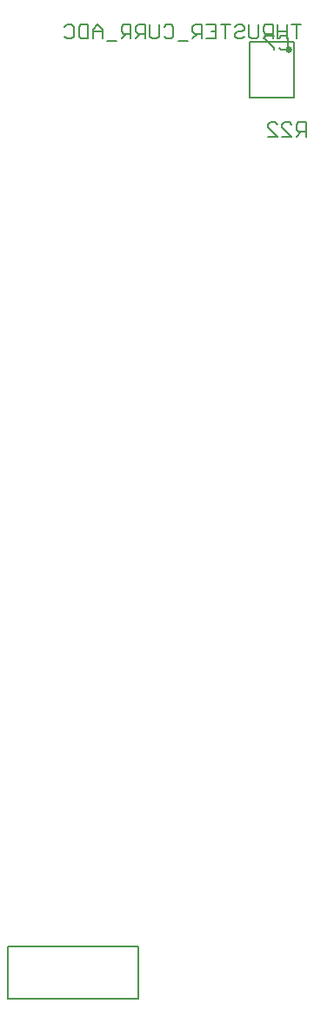
<source format=gbo>
G75*
%MOIN*%
%OFA0B0*%
%FSLAX25Y25*%
%IPPOS*%
%LPD*%
%AMOC8*
5,1,8,0,0,1.08239X$1,22.5*
%
%ADD10C,0.00500*%
%ADD11C,0.00800*%
%ADD12C,0.02559*%
D10*
X0711682Y0119174D02*
X0711682Y0139174D01*
X0761682Y0139174D01*
X0761682Y0119174D01*
X0711682Y0119174D01*
X0811263Y0449019D02*
X0814869Y0449019D01*
X0811263Y0452625D01*
X0811263Y0453527D01*
X0812164Y0454429D01*
X0813968Y0454429D01*
X0814869Y0453527D01*
X0816700Y0453527D02*
X0817602Y0454429D01*
X0819405Y0454429D01*
X0820307Y0453527D01*
X0822138Y0453527D02*
X0822138Y0451724D01*
X0823040Y0450822D01*
X0825745Y0450822D01*
X0825745Y0449019D02*
X0825745Y0454429D01*
X0823040Y0454429D01*
X0822138Y0453527D01*
X0823941Y0450822D02*
X0822138Y0449019D01*
X0820307Y0449019D02*
X0816700Y0452625D01*
X0816700Y0453527D01*
X0816700Y0449019D02*
X0820307Y0449019D01*
X0818105Y0482119D02*
X0816302Y0482119D01*
X0815400Y0483020D01*
X0813569Y0483020D02*
X0813569Y0482119D01*
X0813569Y0483020D02*
X0809963Y0486627D01*
X0809963Y0487529D01*
X0813569Y0487529D01*
X0813072Y0488243D02*
X0810367Y0488243D01*
X0809465Y0489145D01*
X0809465Y0490948D01*
X0810367Y0491850D01*
X0813072Y0491850D01*
X0813072Y0486440D01*
X0814903Y0486440D02*
X0814903Y0491850D01*
X0814903Y0489145D02*
X0818510Y0489145D01*
X0818105Y0487529D02*
X0819007Y0486627D01*
X0819007Y0483020D01*
X0818105Y0482119D01*
X0818510Y0486440D02*
X0818510Y0491850D01*
X0820341Y0491850D02*
X0823947Y0491850D01*
X0822144Y0491850D02*
X0822144Y0486440D01*
X0818105Y0487529D02*
X0816302Y0487529D01*
X0815400Y0486627D01*
X0811269Y0488243D02*
X0809465Y0486440D01*
X0807634Y0487341D02*
X0806733Y0486440D01*
X0804929Y0486440D01*
X0804028Y0487341D01*
X0804028Y0491850D01*
X0802197Y0490948D02*
X0802197Y0490047D01*
X0801295Y0489145D01*
X0799492Y0489145D01*
X0798590Y0488243D01*
X0798590Y0487341D01*
X0799492Y0486440D01*
X0801295Y0486440D01*
X0802197Y0487341D01*
X0802197Y0490948D02*
X0801295Y0491850D01*
X0799492Y0491850D01*
X0798590Y0490948D01*
X0796759Y0491850D02*
X0793152Y0491850D01*
X0794955Y0491850D02*
X0794955Y0486440D01*
X0791321Y0486440D02*
X0791321Y0491850D01*
X0787714Y0491850D01*
X0785883Y0491850D02*
X0783178Y0491850D01*
X0782277Y0490948D01*
X0782277Y0489145D01*
X0783178Y0488243D01*
X0785883Y0488243D01*
X0784080Y0488243D02*
X0782277Y0486440D01*
X0780446Y0485538D02*
X0776839Y0485538D01*
X0775008Y0487341D02*
X0774106Y0486440D01*
X0772303Y0486440D01*
X0771401Y0487341D01*
X0769570Y0487341D02*
X0768669Y0486440D01*
X0766865Y0486440D01*
X0765964Y0487341D01*
X0765964Y0491850D01*
X0764133Y0491850D02*
X0761428Y0491850D01*
X0760526Y0490948D01*
X0760526Y0489145D01*
X0761428Y0488243D01*
X0764133Y0488243D01*
X0764133Y0486440D02*
X0764133Y0491850D01*
X0762329Y0488243D02*
X0760526Y0486440D01*
X0758695Y0486440D02*
X0758695Y0491850D01*
X0755990Y0491850D01*
X0755088Y0490948D01*
X0755088Y0489145D01*
X0755990Y0488243D01*
X0758695Y0488243D01*
X0756892Y0488243D02*
X0755088Y0486440D01*
X0753257Y0485538D02*
X0749650Y0485538D01*
X0747819Y0486440D02*
X0747819Y0490047D01*
X0746016Y0491850D01*
X0744213Y0490047D01*
X0744213Y0486440D01*
X0742382Y0486440D02*
X0742382Y0491850D01*
X0739677Y0491850D01*
X0738775Y0490948D01*
X0738775Y0487341D01*
X0739677Y0486440D01*
X0742382Y0486440D01*
X0744213Y0489145D02*
X0747819Y0489145D01*
X0736944Y0490948D02*
X0736944Y0487341D01*
X0736042Y0486440D01*
X0734239Y0486440D01*
X0733337Y0487341D01*
X0733337Y0490948D02*
X0734239Y0491850D01*
X0736042Y0491850D01*
X0736944Y0490948D01*
X0769570Y0491850D02*
X0769570Y0487341D01*
X0771401Y0490948D02*
X0772303Y0491850D01*
X0774106Y0491850D01*
X0775008Y0490948D01*
X0775008Y0487341D01*
X0785883Y0486440D02*
X0785883Y0491850D01*
X0789518Y0489145D02*
X0791321Y0489145D01*
X0791321Y0486440D02*
X0787714Y0486440D01*
X0807634Y0487341D02*
X0807634Y0491850D01*
D11*
X0804217Y0485304D02*
X0821146Y0485304D01*
X0821146Y0464044D01*
X0804217Y0464044D01*
X0804217Y0485304D01*
D12*
X0819079Y0482351D03*
M02*

</source>
